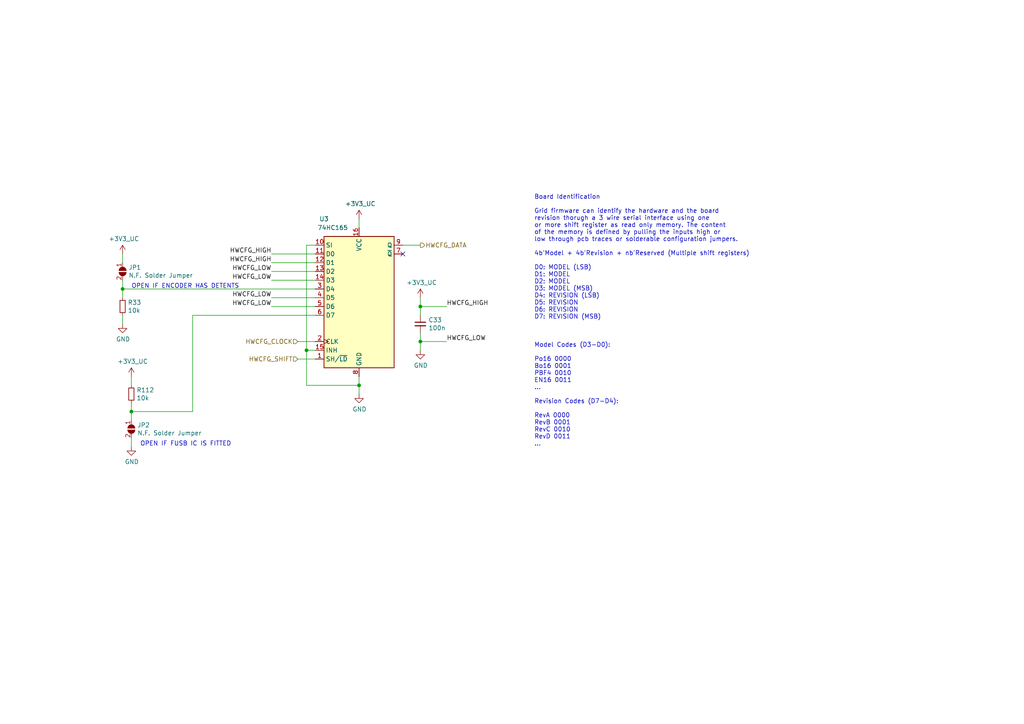
<source format=kicad_sch>
(kicad_sch (version 20211123) (generator eeschema)
  (paper "A4")
  (lib_symbols
    (symbol "power:GND" (power) (pin_names (offset 0))
      (property "Value" "GND" (at 0 -3.81 0))
      (symbol "GND_0_1"
        (polyline (pts (xy 0 0) (xy 0 -1.27) (xy 1.27 -1.27) (xy 0 -2.54) (xy -1.27 -1.27) (xy 0 -1.27)))
      )
      (symbol "GND_1_1"
        (pin power_in line (at 0 0 270) (length 0) hide (name "GND") (number "1"))
      )
    )
    (symbol "suku_basics:+3V3_UC" (power) (pin_names (offset 0))
      (property "Value" "+3V3_UC" (at 0 3.556 0))
      (symbol "+3V3_UC_0_1"
        (polyline (pts (xy -0.762 1.27) (xy 0 2.54)))
        (polyline (pts (xy 0 0) (xy 0 2.54)))
        (polyline (pts (xy 0 2.54) (xy 0.762 1.27)))
      )
      (symbol "+3V3_UC_1_1"
        (pin power_in line (at 0 0 90) (length 0) hide (name "+3V3_UC") (number "1"))
      )
    )
    (symbol "suku_basics:74HC165"
      (property "Reference" "U" (at -15.24 25.4 0))
      (property "Value" "74HC165" (at -12.7 20.32 0))
      (symbol "74HC165_1_0"
        (pin input line (at -12.7 12.7 0) (length 2.54) (name "D0") (number "11"))
        (pin input line (at -12.7 10.16 0) (length 2.54) (name "D1") (number "12"))
        (pin input line (at -12.7 7.62 0) (length 2.54) (name "D2") (number "13"))
        (pin input line (at -12.7 5.08 0) (length 2.54) (name "D3") (number "14"))
        (pin power_in line (at 0 20.32 270) (length 2.54) (name "VCC") (number "16"))
        (pin input clock (at -12.7 -12.7 0) (length 2.54) (name "CLK") (number "2"))
        (pin input line (at -12.7 2.54 0) (length 2.54) (name "D4") (number "3"))
        (pin input line (at -12.7 0 0) (length 2.54) (name "D5") (number "4"))
        (pin input line (at -12.7 -2.54 0) (length 2.54) (name "D6") (number "5"))
        (pin input line (at -12.7 -5.08 0) (length 2.54) (name "D7") (number "6"))
        (pin power_in line (at 0 -22.86 90) (length 2.54) (name "GND") (number "8"))
        (pin output line (at 12.7 15.24 180) (length 2.54) (name "Q") (number "9"))
      )
      (symbol "74HC165_1_1"
        (rectangle (start -10.16 17.78) (end 10.16 -20.32) (stroke (width 0.254)) (fill (type background)))
        (pin input line (at -12.7 -17.78 0) (length 2.54) (name "SH/~{LD}") (number "1"))
        (pin input line (at -12.7 15.24 0) (length 2.54) (name "SI") (number "10"))
        (pin input line (at -12.7 -15.24 0) (length 2.54) (name "INH") (number "15"))
        (pin output line (at 12.7 12.7 180) (length 2.54) (name "~{Q}") (number "7"))
      )
    )
    (symbol "suku_basics:CAP" (pin_numbers hide) (pin_names (offset 0.254) hide)
      (property "Reference" "C" (at 0.254 1.778 0))
      (property "Value" "CAP" (at 0.254 -2.032 0))
      (symbol "CAP_0_1"
        (polyline (pts (xy -1.524 -0.508) (xy 1.524 -0.508)) (stroke (width 0.3302)))
        (polyline (pts (xy -1.524 0.508) (xy 1.524 0.508)) (stroke (width 0.3048)))
      )
      (symbol "CAP_1_1"
        (pin passive line (at 0 2.54 270) (length 2.032) (name "~") (number "1"))
        (pin passive line (at 0 -2.54 90) (length 2.032) (name "~") (number "2"))
      )
    )
    (symbol "suku_basics:JP_SolderJumper_2_Open" (pin_names (offset 0) hide)
      (property "Reference" "JP" (at 0 2.032 0))
      (property "Value" "JP_SolderJumper_2_Open" (at 0 -2.54 0))
      (symbol "JP_SolderJumper_2_Open_0_1"
        (arc (start -0.254 1.016) (mid -1.27 0) (end -0.254 -1.016))
        (arc (start -0.254 1.016) (mid -1.27 0) (end -0.254 -1.016) (fill (type outline)))
        (polyline (pts (xy -0.254 1.016) (xy -0.254 -1.016)))
        (polyline (pts (xy 0.254 1.016) (xy 0.254 -1.016)))
        (arc (start 0.254 -1.016) (mid 1.27 0) (end 0.254 1.016))
        (arc (start 0.254 -1.016) (mid 1.27 0) (end 0.254 1.016) (fill (type outline)))
      )
      (symbol "JP_SolderJumper_2_Open_1_1"
        (pin passive line (at -2.54 0 0) (length 1.27) (name "A") (number "1"))
        (pin passive line (at 2.54 0 180) (length 1.27) (name "B") (number "2"))
      )
    )
    (symbol "suku_basics:RES" (pin_numbers hide) (pin_names (offset 0.254) hide)
      (property "Reference" "R" (at 0.762 0.508 0))
      (property "Value" "RES" (at 0.762 -1.016 0))
      (symbol "RES_1_1"
        (rectangle (start -0.762 1.778) (end 0.762 -1.778) (stroke (width 0.2032)))
        (pin passive line (at 0 2.54 270) (length 0.762) (name "~") (number "1"))
        (pin passive line (at 0 -2.54 90) (length 0.762) (name "~") (number "2"))
      )
    )
  )
  (junction (at 104.14 111.76))
  (junction (at 121.92 88.9))
  (junction (at 38.1 119.38))
  (junction (at 88.9 101.6))
  (junction (at 35.56 83.82))
  (junction (at 121.92 99.06))
  (no_connect (at 116.84 73.66))
  (wire (pts (xy 121.92 99.06) (xy 129.54 99.06)))
  (wire (pts (xy 121.92 88.9) (xy 129.54 88.9)))
  (wire (pts (xy 91.44 83.82) (xy 35.56 83.82)))
  (wire (pts (xy 91.44 78.74) (xy 78.74 78.74)))
  (wire (pts (xy 104.14 111.76) (xy 104.14 109.22)))
  (wire (pts (xy 88.9 71.12) (xy 88.9 101.6)))
  (wire (pts (xy 35.56 93.98) (xy 35.56 91.44)))
  (wire (pts (xy 104.14 63.5) (xy 104.14 66.04)))
  (wire (pts (xy 91.44 86.36) (xy 78.74 86.36)))
  (wire (pts (xy 38.1 116.84) (xy 38.1 119.38)))
  (wire (pts (xy 55.88 119.38) (xy 55.88 91.44)))
  (wire (pts (xy 55.88 91.44) (xy 91.44 91.44)))
  (wire (pts (xy 104.14 114.3) (xy 104.14 111.76)))
  (wire (pts (xy 121.92 86.36) (xy 121.92 88.9)))
  (wire (pts (xy 35.56 86.36) (xy 35.56 83.82)))
  (wire (pts (xy 121.92 88.9) (xy 121.92 91.44)))
  (wire (pts (xy 116.84 71.12) (xy 121.92 71.12)))
  (wire (pts (xy 88.9 101.6) (xy 88.9 111.76)))
  (wire (pts (xy 88.9 111.76) (xy 104.14 111.76)))
  (wire (pts (xy 91.44 76.2) (xy 78.74 76.2)))
  (wire (pts (xy 38.1 119.38) (xy 55.88 119.38)))
  (wire (pts (xy 91.44 99.06) (xy 86.36 99.06)))
  (wire (pts (xy 91.44 81.28) (xy 78.74 81.28)))
  (wire (pts (xy 91.44 104.14) (xy 86.36 104.14)))
  (wire (pts (xy 35.56 83.82) (xy 35.56 81.28)))
  (wire (pts (xy 121.92 99.06) (xy 121.92 101.6)))
  (wire (pts (xy 91.44 71.12) (xy 88.9 71.12)))
  (wire (pts (xy 38.1 109.22) (xy 38.1 111.76)))
  (wire (pts (xy 38.1 129.54) (xy 38.1 127)))
  (wire (pts (xy 91.44 101.6) (xy 88.9 101.6)))
  (wire (pts (xy 78.74 73.66) (xy 91.44 73.66)))
  (wire (pts (xy 35.56 73.66) (xy 35.56 76.2)))
  (wire (pts (xy 38.1 119.38) (xy 38.1 121.92)))
  (wire (pts (xy 91.44 88.9) (xy 78.74 88.9)))
  (wire (pts (xy 121.92 96.52) (xy 121.92 99.06)))
  (text "Board Identification\n\nGrid firmware can identify the hardware and the board \nrevision thorugh a 3 wire serial interface using one \nor more shift register as read only memory. The content\nof the memory is defined by pulling the inputs high or\nlow through pcb traces or solderable configuration jumpers.\n\n4b'Model + 4b'Revision + nb'Reserved (Multiple shift registers)\n\nD0: MODEL (LSB)\nD1: MODEL\nD2: MODEL\nD3: MODEL (MSB)\nD4: REVISION (LSB)\nD5: REVISION\nD6: REVISION\nD7: REVISION (MSB)\n\n\n\nModel Codes (D3-D0):\n\nPo16 0000\nBo16 0001\nPBF4 0010\nEN16 0011\n...\n\nRevision Codes (D7-D4):\n\nRevA 0000\nRevB 0001\nRevC 0010\nRevD 0011\n...\n" (at 154.94 129.54 0) (effects (font (size 1.27 1.27)) (justify left bottom)))
  (text "OPEN IF ENCODER HAS DETENTS" (at 38.1 83.82 0) (effects (font (size 1.27 1.27)) (justify left bottom)))
  (text "OPEN IF FUSB IC IS FITTED" (at 40.64 129.54 0) (effects (font (size 1.27 1.27)) (justify left bottom)))
  (label "HWCFG_LOW" (at 78.74 81.28 180))
  (label "HWCFG_LOW" (at 78.74 86.36 180))
  (label "HWCFG_LOW" (at 129.54 99.06 0))
  (label "HWCFG_HIGH" (at 78.74 73.66 180))
  (label "HWCFG_LOW" (at 78.74 78.74 180))
  (label "HWCFG_LOW" (at 78.74 88.9 180))
  (label "HWCFG_HIGH" (at 129.54 88.9 0))
  (label "HWCFG_HIGH" (at 78.74 76.2 180))
  (hierarchical_label "HWCFG_SHIFT" (shape input) (at 86.36 104.14 180))
  (hierarchical_label "HWCFG_DATA" (shape output) (at 121.92 71.12 0))
  (hierarchical_label "HWCFG_CLOCK" (shape input) (at 86.36 99.06 180))
  (symbol (lib_id "suku_basics:74HC165") (at 104.14 86.36 0) (unit 1)
    (property "Reference" "U3" (at 93.98 63.5 0))
    (property "Value" "74HC165" (at 96.52 66.04 0))
    (property "Footprint" "suku_basics:SOIC-16_74HC165" (effects hide))
    (property "Datasheet" "http://www.ti.com/lit/ds/symlink/sn74hc595.pdf" (effects hide))
  )
  (symbol (lib_id "power:GND") (at 104.14 114.3 0) (unit 1)
    (property "Reference" "#PWR0155" (effects hide))
    (property "Value" "GND" (at 104.267 118.6942 0))
  )
  (symbol (lib_id "suku_basics:CAP") (at 121.92 93.98 0) (unit 1)
    (property "Reference" "C33" (at 124.2568 92.8116 0) (effects (justify left)))
    (property "Value" "100n" (at 124.2568 95.123 0) (effects (justify left)))
    (property "Footprint" "suku_basics:CAP_0805" (effects hide))
  )
  (symbol (lib_id "power:GND") (at 121.92 101.6 0) (unit 1)
    (property "Reference" "#PWR0154" (effects hide))
    (property "Value" "GND" (at 122.047 105.9942 0))
  )
  (symbol (lib_id "suku_basics:+3V3_UC") (at 121.92 86.36 0) (unit 1)
    (property "Reference" "#PWR0153" (effects hide))
    (property "Value" "+3V3_UC" (at 122.301 81.9658 0))
  )
  (symbol (lib_id "suku_basics:+3V3_UC") (at 104.14 63.5 0) (unit 1)
    (property "Reference" "#PWR0151" (effects hide))
    (property "Value" "+3V3_UC" (at 104.521 59.1058 0))
  )
  (symbol (lib_id "suku_basics:RES") (at 35.56 88.9 0) (unit 1)
    (property "Reference" "R33" (at 37.0586 87.7316 0) (effects (justify left)))
    (property "Value" "10k" (at 37.0586 90.043 0) (effects (justify left)))
    (property "Footprint" "suku_basics:RES_0805" (effects hide))
  )
  (symbol (lib_id "power:GND") (at 35.56 93.98 0) (unit 1)
    (property "Reference" "#PWR0152" (effects hide))
    (property "Value" "GND" (at 35.687 98.3742 0))
  )
  (symbol (lib_id "suku_basics:JP_SolderJumper_2_Open") (at 35.56 78.74 270) (unit 1)
    (property "Reference" "JP1" (at 37.2872 77.5716 90) (effects (justify left)))
    (property "Value" "N.F. Solder Jumper" (at 37.2872 79.883 90) (effects (justify left)))
    (property "Footprint" "Jumper:SolderJumper-2_P1.3mm_Open_TrianglePad1.0x1.5mm" (effects hide))
  )
  (symbol (lib_id "suku_basics:+3V3_UC") (at 35.56 73.66 0) (unit 1)
    (property "Reference" "#PWR0211" (effects hide))
    (property "Value" "+3V3_UC" (at 35.941 69.2658 0))
  )
  (symbol (lib_id "suku_basics:RES") (at 38.1 114.3 0) (unit 1)
    (property "Reference" "R112" (at 39.5986 113.1316 0) (effects (justify left)))
    (property "Value" "10k" (at 39.5986 115.443 0) (effects (justify left)))
    (property "Footprint" "suku_basics:RES_0805" (effects hide))
  )
  (symbol (lib_id "power:GND") (at 38.1 129.54 0) (unit 1)
    (property "Reference" "#PWR0348" (effects hide))
    (property "Value" "GND" (at 38.227 133.9342 0))
  )
  (symbol (lib_id "suku_basics:JP_SolderJumper_2_Open") (at 38.1 124.46 270) (unit 1)
    (property "Reference" "JP2" (at 39.8272 123.2916 90) (effects (justify left)))
    (property "Value" "N.F. Solder Jumper" (at 39.8272 125.603 90) (effects (justify left)))
    (property "Footprint" "Jumper:SolderJumper-2_P1.3mm_Open_TrianglePad1.0x1.5mm" (effects hide))
  )
  (symbol (lib_id "suku_basics:+3V3_UC") (at 38.1 109.22 0) (unit 1)
    (property "Reference" "#PWR0349" (effects hide))
    (property "Value" "+3V3_UC" (at 38.481 104.8258 0))
  )
)
</source>
